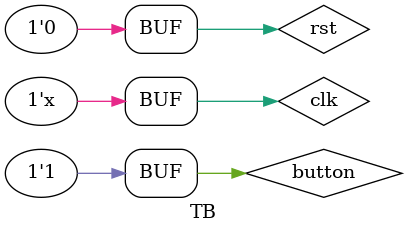
<source format=v>
`timescale 1ns / 1ps


module TB;

	// Inputs
	reg rst;
	reg clk;
	reg button;

	// Outputs
	wire [7:0] LED;

	// Instantiate the Unit Under Test (UUT)
	button uut (
		.rst(rst), 
		.clk(clk), 
		.button(button), 
		.LED(LED)
	);
	always
begin
	#1 clk <= ~clk;
end
	initial begin
		// Initialize Inputs
		rst = 0;
		clk = 0;
		button = 0;
	
		// Wait 1 ns for global reset to finish
		#1;
	

	button = 1'b1;
	#1
	button = 1'b0;
	#2;
	button = 1'b1;
	#1
	button = 1'b0;
	#1;
	button = 1'b1;
	#2;
	button = 1'b0;
	#1;
	button = 1'b1;
end
      
endmodule


</source>
